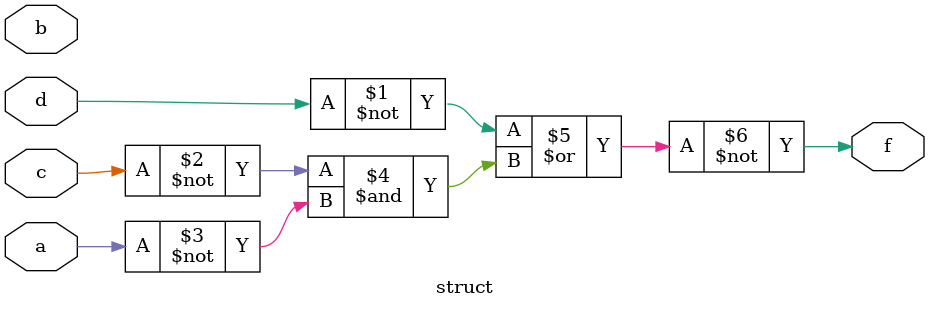
<source format=v>
module struct(a,b,c,d,f);
input a,b,c,d;
output f;

assign f = ~((~d)|((~c)&(~a)));

endmodule
</source>
